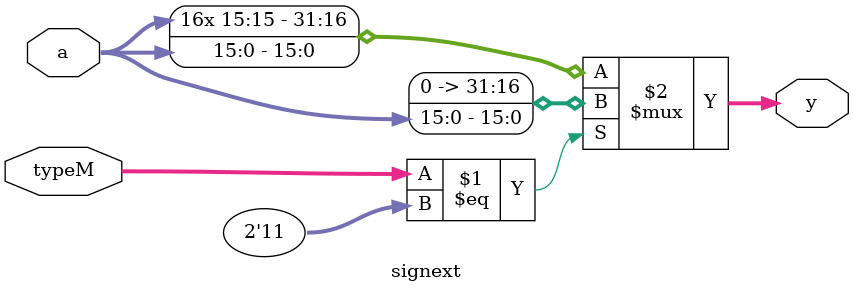
<source format=v>
/*signext模块
	立即数扩展,0扩展(instr[29:28]=2'b11)或按符号扩展(其他)
*/
`timescale 1ns / 1ps

module signext (
    input [15:0] a,
    input [1:0] typeM,
    output [31:0] y);
    
    assign y = (typeM == 2'b11)? {{16{1'b0}}, a} : {{16{a[15]}}, a};
endmodule

</source>
